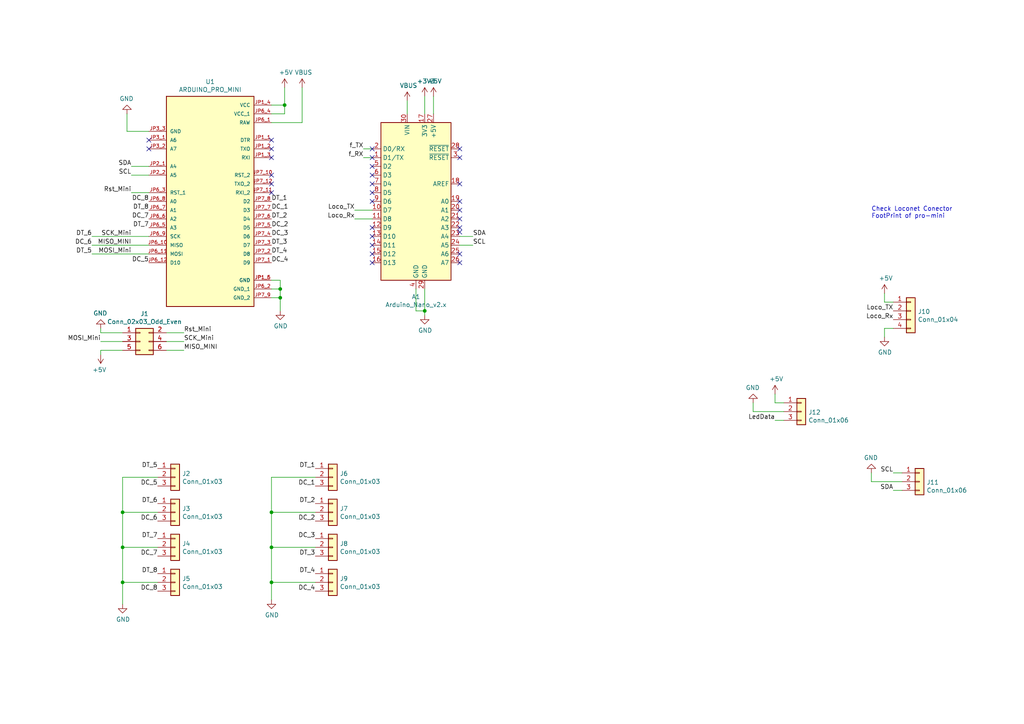
<source format=kicad_sch>
(kicad_sch (version 20211123) (generator eeschema)
  (paper "A4")
  (lib_symbols
    (symbol "BoardArduinos:ARDUINO_PRO_MINI" (pin_names (offset 1.016))
      (property "Reference" "U" (at -12.7 31.75 0))
      (property "Value" "ARDUINO_PRO_MINI" (at -12.7 -33.02 0))
      (symbol "ARDUINO_PRO_MINI_0_0"
        (rectangle (start -12.7 -30.48) (end 12.7 30.48) (stroke (width 0.254)) (fill (type background)))
        (pin input line (at 17.78 17.78 180) (length 5.08) (name "DTR") (number "JP1_1"))
        (pin bidirectional line (at 17.78 15.24 180) (length 5.08) (name "TXO") (number "JP1_2"))
        (pin bidirectional line (at 17.78 12.7 180) (length 5.08) (name "RXI") (number "JP1_3"))
        (pin power_in line (at 17.78 27.94 180) (length 5.08) (name "VCC") (number "JP1_4"))
        (pin power_in line (at 17.78 -22.86 180) (length 5.08) (name "GND") (number "JP1_5"))
        (pin power_in line (at 17.78 -22.86 180) (length 5.08) (name "GND") (number "JP1_6"))
        (pin bidirectional line (at -17.78 10.16 0) (length 5.08) (name "A4") (number "JP2_1"))
        (pin bidirectional line (at -17.78 7.62 0) (length 5.08) (name "A5") (number "JP2_2"))
        (pin input line (at -17.78 17.78 0) (length 5.08) (name "A6") (number "JP3_1"))
        (pin input line (at -17.78 15.24 0) (length 5.08) (name "A7") (number "JP3_2"))
        (pin power_in line (at 17.78 22.86 180) (length 5.08) (name "RAW") (number "JP6_1"))
        (pin bidirectional line (at -17.78 -12.7 0) (length 5.08) (name "MISO") (number "JP6_10"))
        (pin bidirectional line (at -17.78 -15.24 0) (length 5.08) (name "MOSI") (number "JP6_11"))
        (pin bidirectional line (at -17.78 -17.78 0) (length 5.08) (name "D10") (number "JP6_12"))
        (pin power_in line (at 17.78 -25.4 180) (length 5.08) (name "GND_1") (number "JP6_2"))
        (pin input line (at -17.78 2.54 0) (length 5.08) (name "RST_1") (number "JP6_3"))
        (pin power_in line (at 17.78 25.4 180) (length 5.08) (name "VCC_1") (number "JP6_4"))
        (pin bidirectional line (at -17.78 -7.62 0) (length 5.08) (name "A3") (number "JP6_5"))
        (pin bidirectional line (at -17.78 -5.08 0) (length 5.08) (name "A2") (number "JP6_6"))
        (pin bidirectional line (at -17.78 -2.54 0) (length 5.08) (name "A1") (number "JP6_7"))
        (pin bidirectional line (at -17.78 0 0) (length 5.08) (name "A0") (number "JP6_8"))
        (pin bidirectional line (at -17.78 -10.16 0) (length 5.08) (name "SCK") (number "JP6_9"))
        (pin bidirectional line (at 17.78 -17.78 180) (length 5.08) (name "D9") (number "JP7_1"))
        (pin input line (at 17.78 7.62 180) (length 5.08) (name "RST_2") (number "JP7_10"))
        (pin bidirectional line (at 17.78 2.54 180) (length 5.08) (name "RXI_2") (number "JP7_11"))
        (pin bidirectional line (at 17.78 5.08 180) (length 5.08) (name "TXO_2") (number "JP7_12"))
        (pin bidirectional line (at 17.78 -15.24 180) (length 5.08) (name "D8") (number "JP7_2"))
        (pin bidirectional line (at 17.78 -12.7 180) (length 5.08) (name "D7") (number "JP7_3"))
        (pin bidirectional line (at 17.78 -10.16 180) (length 5.08) (name "D6") (number "JP7_4"))
        (pin bidirectional line (at 17.78 -7.62 180) (length 5.08) (name "D5") (number "JP7_5"))
        (pin bidirectional line (at 17.78 -5.08 180) (length 5.08) (name "D4") (number "JP7_6"))
        (pin bidirectional line (at 17.78 -2.54 180) (length 5.08) (name "D3") (number "JP7_7"))
        (pin bidirectional line (at 17.78 0 180) (length 5.08) (name "D2") (number "JP7_8"))
        (pin power_in line (at 17.78 -27.94 180) (length 5.08) (name "GND_2") (number "JP7_9"))
      )
      (symbol "ARDUINO_PRO_MINI_1_1"
        (pin input line (at -17.78 20.32 0) (length 5.08) (name "GND") (number "JP3_3"))
      )
    )
    (symbol "Connector_Generic:Conn_01x03" (pin_names (offset 1.016) hide)
      (property "Reference" "J" (at 0 5.08 0))
      (property "Value" "Conn_01x03" (at 0 -5.08 0))
      (symbol "Conn_01x03_1_1"
        (rectangle (start -1.27 -2.413) (end 0 -2.667) (stroke (width 0.1524)))
        (rectangle (start -1.27 0.127) (end 0 -0.127) (stroke (width 0.1524)))
        (rectangle (start -1.27 2.667) (end 0 2.413) (stroke (width 0.1524)))
        (rectangle (start -1.27 3.81) (end 1.27 -3.81) (stroke (width 0.254)) (fill (type background)))
        (pin passive line (at -5.08 2.54 0) (length 3.81) (name "Pin_1") (number "1"))
        (pin passive line (at -5.08 0 0) (length 3.81) (name "Pin_2") (number "2"))
        (pin passive line (at -5.08 -2.54 0) (length 3.81) (name "Pin_3") (number "3"))
      )
    )
    (symbol "Connector_Generic:Conn_01x04" (pin_names (offset 1.016) hide)
      (property "Reference" "J" (at 0 5.08 0))
      (property "Value" "Conn_01x04" (at 0 -7.62 0))
      (symbol "Conn_01x04_1_1"
        (rectangle (start -1.27 -4.953) (end 0 -5.207) (stroke (width 0.1524)))
        (rectangle (start -1.27 -2.413) (end 0 -2.667) (stroke (width 0.1524)))
        (rectangle (start -1.27 0.127) (end 0 -0.127) (stroke (width 0.1524)))
        (rectangle (start -1.27 2.667) (end 0 2.413) (stroke (width 0.1524)))
        (rectangle (start -1.27 3.81) (end 1.27 -6.35) (stroke (width 0.254)) (fill (type background)))
        (pin passive line (at -5.08 2.54 0) (length 3.81) (name "Pin_1") (number "1"))
        (pin passive line (at -5.08 0 0) (length 3.81) (name "Pin_2") (number "2"))
        (pin passive line (at -5.08 -2.54 0) (length 3.81) (name "Pin_3") (number "3"))
        (pin passive line (at -5.08 -5.08 0) (length 3.81) (name "Pin_4") (number "4"))
      )
    )
    (symbol "Connector_Generic:Conn_02x03_Odd_Even" (pin_names (offset 1.016) hide)
      (property "Reference" "J" (at 1.27 5.08 0))
      (property "Value" "Conn_02x03_Odd_Even" (at 1.27 -5.08 0))
      (symbol "Conn_02x03_Odd_Even_1_1"
        (rectangle (start -1.27 -2.413) (end 0 -2.667) (stroke (width 0.1524)))
        (rectangle (start -1.27 0.127) (end 0 -0.127) (stroke (width 0.1524)))
        (rectangle (start -1.27 2.667) (end 0 2.413) (stroke (width 0.1524)))
        (rectangle (start -1.27 3.81) (end 3.81 -3.81) (stroke (width 0.254)) (fill (type background)))
        (rectangle (start 3.81 -2.413) (end 2.54 -2.667) (stroke (width 0.1524)))
        (rectangle (start 3.81 0.127) (end 2.54 -0.127) (stroke (width 0.1524)))
        (rectangle (start 3.81 2.667) (end 2.54 2.413) (stroke (width 0.1524)))
        (pin passive line (at -5.08 2.54 0) (length 3.81) (name "Pin_1") (number "1"))
        (pin passive line (at 7.62 2.54 180) (length 3.81) (name "Pin_2") (number "2"))
        (pin passive line (at -5.08 0 0) (length 3.81) (name "Pin_3") (number "3"))
        (pin passive line (at 7.62 0 180) (length 3.81) (name "Pin_4") (number "4"))
        (pin passive line (at -5.08 -2.54 0) (length 3.81) (name "Pin_5") (number "5"))
        (pin passive line (at 7.62 -2.54 180) (length 3.81) (name "Pin_6") (number "6"))
      )
    )
    (symbol "MCU_Module:Arduino_Nano_v2.x"
      (property "Reference" "A" (at -10.16 23.495 0))
      (property "Value" "Arduino_Nano_v2.x" (at 5.08 -24.13 0))
      (symbol "Arduino_Nano_v2.x_0_1"
        (rectangle (start -10.16 22.86) (end 10.16 -22.86) (stroke (width 0.254)) (fill (type background)))
      )
      (symbol "Arduino_Nano_v2.x_1_1"
        (pin bidirectional line (at -12.7 12.7 0) (length 2.54) (name "D1/TX") (number "1"))
        (pin bidirectional line (at -12.7 -2.54 0) (length 2.54) (name "D7") (number "10"))
        (pin bidirectional line (at -12.7 -5.08 0) (length 2.54) (name "D8") (number "11"))
        (pin bidirectional line (at -12.7 -7.62 0) (length 2.54) (name "D9") (number "12"))
        (pin bidirectional line (at -12.7 -10.16 0) (length 2.54) (name "D10") (number "13"))
        (pin bidirectional line (at -12.7 -12.7 0) (length 2.54) (name "D11") (number "14"))
        (pin bidirectional line (at -12.7 -15.24 0) (length 2.54) (name "D12") (number "15"))
        (pin bidirectional line (at -12.7 -17.78 0) (length 2.54) (name "D13") (number "16"))
        (pin power_out line (at 2.54 25.4 270) (length 2.54) (name "3V3") (number "17"))
        (pin input line (at 12.7 5.08 180) (length 2.54) (name "AREF") (number "18"))
        (pin bidirectional line (at 12.7 0 180) (length 2.54) (name "A0") (number "19"))
        (pin bidirectional line (at -12.7 15.24 0) (length 2.54) (name "D0/RX") (number "2"))
        (pin bidirectional line (at 12.7 -2.54 180) (length 2.54) (name "A1") (number "20"))
        (pin bidirectional line (at 12.7 -5.08 180) (length 2.54) (name "A2") (number "21"))
        (pin bidirectional line (at 12.7 -7.62 180) (length 2.54) (name "A3") (number "22"))
        (pin bidirectional line (at 12.7 -10.16 180) (length 2.54) (name "A4") (number "23"))
        (pin bidirectional line (at 12.7 -12.7 180) (length 2.54) (name "A5") (number "24"))
        (pin bidirectional line (at 12.7 -15.24 180) (length 2.54) (name "A6") (number "25"))
        (pin bidirectional line (at 12.7 -17.78 180) (length 2.54) (name "A7") (number "26"))
        (pin power_out line (at 5.08 25.4 270) (length 2.54) (name "+5V") (number "27"))
        (pin input line (at 12.7 15.24 180) (length 2.54) (name "~{RESET}") (number "28"))
        (pin power_in line (at 2.54 -25.4 90) (length 2.54) (name "GND") (number "29"))
        (pin input line (at 12.7 12.7 180) (length 2.54) (name "~{RESET}") (number "3"))
        (pin power_in line (at -2.54 25.4 270) (length 2.54) (name "VIN") (number "30"))
        (pin power_in line (at 0 -25.4 90) (length 2.54) (name "GND") (number "4"))
        (pin bidirectional line (at -12.7 10.16 0) (length 2.54) (name "D2") (number "5"))
        (pin bidirectional line (at -12.7 7.62 0) (length 2.54) (name "D3") (number "6"))
        (pin bidirectional line (at -12.7 5.08 0) (length 2.54) (name "D4") (number "7"))
        (pin bidirectional line (at -12.7 2.54 0) (length 2.54) (name "D5") (number "8"))
        (pin bidirectional line (at -12.7 0 0) (length 2.54) (name "D6") (number "9"))
      )
    )
    (symbol "power:+3.3V" (power) (pin_names (offset 0))
      (property "Value" "+3.3V" (at 0 3.556 0))
      (symbol "+3.3V_0_1"
        (polyline (pts (xy -0.762 1.27) (xy 0 2.54)))
        (polyline (pts (xy 0 0) (xy 0 2.54)))
        (polyline (pts (xy 0 2.54) (xy 0.762 1.27)))
      )
      (symbol "+3.3V_1_1"
        (pin power_in line (at 0 0 90) (length 0) hide (name "+3V3") (number "1"))
      )
    )
    (symbol "power:+5V" (power) (pin_names (offset 0))
      (property "Value" "+5V" (at 0 3.556 0))
      (symbol "+5V_0_1"
        (polyline (pts (xy -0.762 1.27) (xy 0 2.54)))
        (polyline (pts (xy 0 0) (xy 0 2.54)))
        (polyline (pts (xy 0 2.54) (xy 0.762 1.27)))
      )
      (symbol "+5V_1_1"
        (pin power_in line (at 0 0 90) (length 0) hide (name "+5V") (number "1"))
      )
    )
    (symbol "power:GND" (power) (pin_names (offset 0))
      (property "Value" "GND" (at 0 -3.81 0))
      (symbol "GND_0_1"
        (polyline (pts (xy 0 0) (xy 0 -1.27) (xy 1.27 -1.27) (xy 0 -2.54) (xy -1.27 -1.27) (xy 0 -1.27)))
      )
      (symbol "GND_1_1"
        (pin power_in line (at 0 0 270) (length 0) hide (name "GND") (number "1"))
      )
    )
    (symbol "power:VBUS" (power) (pin_names (offset 0))
      (property "Value" "VBUS" (at 0 3.81 0))
      (symbol "VBUS_0_1"
        (polyline (pts (xy -0.762 1.27) (xy 0 2.54)))
        (polyline (pts (xy 0 0) (xy 0 2.54)))
        (polyline (pts (xy 0 2.54) (xy 0.762 1.27)))
      )
      (symbol "VBUS_1_1"
        (pin power_in line (at 0 0 90) (length 0) hide (name "VBUS") (number "1"))
      )
    )
  )
  (junction (at 78.74 158.75))
  (junction (at 35.56 168.91))
  (junction (at 78.74 168.91))
  (junction (at 35.56 158.75))
  (junction (at 35.56 148.59))
  (junction (at 81.28 86.36))
  (junction (at 123.19 90.17))
  (junction (at 82.55 30.48))
  (junction (at 81.28 83.82))
  (junction (at 78.74 148.59))
  (no_connect (at 78.74 43.18))
  (no_connect (at 43.18 40.64))
  (no_connect (at 133.35 67.31))
  (no_connect (at 133.35 60.96))
  (no_connect (at 78.74 40.64))
  (no_connect (at 133.35 76.2))
  (no_connect (at 107.95 68.58))
  (no_connect (at 133.35 63.5))
  (no_connect (at 133.35 58.42))
  (no_connect (at 78.74 55.88))
  (no_connect (at 133.35 53.34))
  (no_connect (at 107.95 73.66))
  (no_connect (at 133.35 45.72))
  (no_connect (at 107.95 53.34))
  (no_connect (at 107.95 50.8))
  (no_connect (at 107.95 45.72))
  (no_connect (at 133.35 66.04))
  (no_connect (at 107.95 58.42))
  (no_connect (at 133.35 43.18))
  (no_connect (at 107.95 55.88))
  (no_connect (at 107.95 66.04))
  (no_connect (at 107.95 76.2))
  (no_connect (at 133.35 73.66))
  (no_connect (at 107.95 71.12))
  (no_connect (at 78.74 53.34))
  (no_connect (at 107.95 48.26))
  (no_connect (at 107.95 43.18))
  (no_connect (at 43.18 43.18))
  (no_connect (at 78.74 50.8))
  (no_connect (at 78.74 45.72))
  (wire (pts (xy 78.74 138.43) (xy 91.44 138.43)))
  (wire (pts (xy 78.74 168.91) (xy 78.74 158.75)))
  (wire (pts (xy 78.74 173.99) (xy 78.74 168.91)))
  (wire (pts (xy 120.65 90.17) (xy 123.19 90.17)))
  (wire (pts (xy 45.72 148.59) (xy 35.56 148.59)))
  (wire (pts (xy 35.56 148.59) (xy 35.56 158.75)))
  (wire (pts (xy 123.19 90.17) (xy 123.19 91.44)))
  (wire (pts (xy 35.56 158.75) (xy 35.56 168.91)))
  (wire (pts (xy 82.55 30.48) (xy 82.55 33.02)))
  (wire (pts (xy 87.63 35.56) (xy 78.74 35.56)))
  (wire (pts (xy 82.55 25.4) (xy 82.55 30.48)))
  (wire (pts (xy 218.44 119.38) (xy 227.33 119.38)))
  (wire (pts (xy 252.73 137.16) (xy 252.73 139.7)))
  (wire (pts (xy 35.56 138.43) (xy 35.56 148.59)))
  (wire (pts (xy 78.74 83.82) (xy 81.28 83.82)))
  (wire (pts (xy 53.34 101.6) (xy 48.26 101.6)))
  (wire (pts (xy 137.16 71.12) (xy 133.35 71.12)))
  (wire (pts (xy 36.83 33.02) (xy 36.83 38.1)))
  (wire (pts (xy 53.34 99.06) (xy 48.26 99.06)))
  (wire (pts (xy 38.1 55.88) (xy 43.18 55.88)))
  (wire (pts (xy 118.11 29.21) (xy 118.11 33.02)))
  (wire (pts (xy 78.74 30.48) (xy 82.55 30.48)))
  (wire (pts (xy 218.44 116.84) (xy 218.44 119.38)))
  (wire (pts (xy 81.28 81.28) (xy 81.28 83.82)))
  (wire (pts (xy 29.21 101.6) (xy 35.56 101.6)))
  (wire (pts (xy 81.28 83.82) (xy 81.28 86.36)))
  (wire (pts (xy 53.34 96.52) (xy 48.26 96.52)))
  (wire (pts (xy 36.83 38.1) (xy 43.18 38.1)))
  (wire (pts (xy 259.08 137.16) (xy 261.62 137.16)))
  (wire (pts (xy 123.19 83.82) (xy 123.19 90.17)))
  (wire (pts (xy 224.79 114.3) (xy 224.79 116.84)))
  (wire (pts (xy 78.74 81.28) (xy 81.28 81.28)))
  (wire (pts (xy 35.56 96.52) (xy 29.21 96.52)))
  (wire (pts (xy 78.74 158.75) (xy 78.74 148.59)))
  (wire (pts (xy 256.54 97.79) (xy 256.54 95.25)))
  (wire (pts (xy 78.74 168.91) (xy 91.44 168.91)))
  (wire (pts (xy 87.63 25.4) (xy 87.63 35.56)))
  (wire (pts (xy 26.67 71.12) (xy 43.18 71.12)))
  (wire (pts (xy 35.56 175.26) (xy 35.56 168.91)))
  (wire (pts (xy 137.16 68.58) (xy 133.35 68.58)))
  (wire (pts (xy 29.21 96.52) (xy 29.21 95.25)))
  (wire (pts (xy 259.08 142.24) (xy 261.62 142.24)))
  (wire (pts (xy 81.28 86.36) (xy 81.28 90.17)))
  (wire (pts (xy 123.19 27.94) (xy 123.19 33.02)))
  (wire (pts (xy 105.41 43.18) (xy 107.95 43.18)))
  (wire (pts (xy 125.73 33.02) (xy 125.73 27.94)))
  (wire (pts (xy 256.54 85.09) (xy 256.54 87.63)))
  (wire (pts (xy 26.67 73.66) (xy 43.18 73.66)))
  (wire (pts (xy 38.1 50.8) (xy 43.18 50.8)))
  (wire (pts (xy 256.54 95.25) (xy 259.08 95.25)))
  (wire (pts (xy 120.65 83.82) (xy 120.65 90.17)))
  (wire (pts (xy 78.74 86.36) (xy 81.28 86.36)))
  (wire (pts (xy 105.41 45.72) (xy 107.95 45.72)))
  (wire (pts (xy 102.87 63.5) (xy 107.95 63.5)))
  (wire (pts (xy 29.21 102.87) (xy 29.21 101.6)))
  (wire (pts (xy 45.72 138.43) (xy 35.56 138.43)))
  (wire (pts (xy 78.74 148.59) (xy 91.44 148.59)))
  (wire (pts (xy 82.55 33.02) (xy 78.74 33.02)))
  (wire (pts (xy 29.21 99.06) (xy 35.56 99.06)))
  (wire (pts (xy 45.72 158.75) (xy 35.56 158.75)))
  (wire (pts (xy 224.79 116.84) (xy 227.33 116.84)))
  (wire (pts (xy 78.74 158.75) (xy 91.44 158.75)))
  (wire (pts (xy 43.18 48.26) (xy 38.1 48.26)))
  (wire (pts (xy 102.87 60.96) (xy 107.95 60.96)))
  (wire (pts (xy 252.73 139.7) (xy 261.62 139.7)))
  (wire (pts (xy 78.74 148.59) (xy 78.74 138.43)))
  (wire (pts (xy 26.67 68.58) (xy 43.18 68.58)))
  (wire (pts (xy 224.79 121.92) (xy 227.33 121.92)))
  (wire (pts (xy 35.56 168.91) (xy 45.72 168.91)))
  (wire (pts (xy 256.54 87.63) (xy 259.08 87.63)))
  (text "Check Loconet Conector\nFootPrint of pro-mini" (at 252.73 63.5 0) (effects (font (size 1.27 1.27)) (justify left bottom)))
  (label "DT_5" (at 26.67 73.66 180))
  (label "DC_2" (at 91.44 151.13 180))
  (label "DT_1" (at 78.74 58.42 0))
  (label "DT_8" (at 45.72 166.37 180))
  (label "DT_4" (at 78.74 73.66 0))
  (label "SDA" (at 259.08 142.24 180))
  (label "LedData" (at 224.79 121.92 180))
  (label "DT_2" (at 91.44 146.05 180))
  (label "DC_3" (at 91.44 156.21 180))
  (label "DC_5" (at 43.18 76.2 180))
  (label "SDA" (at 38.1 48.26 180))
  (label "SCK_Mini" (at 38.1 68.58 180))
  (label "SCL" (at 38.1 50.8 180))
  (label "SDA" (at 137.16 68.58 0))
  (label "MISO_MINI" (at 53.34 101.6 0))
  (label "Loco_TX" (at 102.87 60.96 180))
  (label "DC_7" (at 45.72 161.29 180))
  (label "DC_4" (at 91.44 171.45 180))
  (label "f_TX" (at 105.41 43.18 180))
  (label "DC_2" (at 78.74 66.04 0))
  (label "DC_1" (at 78.74 60.96 0))
  (label "SCL" (at 259.08 137.16 180))
  (label "Loco_Rx" (at 102.87 63.5 180))
  (label "Loco_Rx" (at 259.08 92.71 180))
  (label "MISO_MINI" (at 38.1 71.12 180))
  (label "DT_3" (at 91.44 161.29 180))
  (label "Rst_Mini" (at 53.34 96.52 0))
  (label "DC_1" (at 91.44 140.97 180))
  (label "DT_2" (at 78.74 63.5 0))
  (label "DC_6" (at 26.67 71.12 180))
  (label "Rst_Mini" (at 38.1 55.88 180))
  (label "DT_8" (at 43.18 60.96 180))
  (label "MOSI_Mini" (at 38.1 73.66 180))
  (label "DC_8" (at 43.18 58.42 180))
  (label "DC_4" (at 78.74 76.2 0))
  (label "MOSI_Mini" (at 29.21 99.06 180))
  (label "DC_6" (at 45.72 151.13 180))
  (label "DT_4" (at 91.44 166.37 180))
  (label "DC_7" (at 43.18 63.5 180))
  (label "Loco_TX" (at 259.08 90.17 180))
  (label "DC_5" (at 45.72 140.97 180))
  (label "DT_7" (at 45.72 156.21 180))
  (label "DC_3" (at 78.74 68.58 0))
  (label "DT_5" (at 45.72 135.89 180))
  (label "SCL" (at 137.16 71.12 0))
  (label "DT_1" (at 91.44 135.89 180))
  (label "DT_6" (at 26.67 68.58 180))
  (label "DT_3" (at 78.74 71.12 0))
  (label "SCK_Mini" (at 53.34 99.06 0))
  (label "f_RX" (at 105.41 45.72 180))
  (label "DT_7" (at 43.18 66.04 180))
  (label "DC_8" (at 45.72 171.45 180))
  (label "DT_6" (at 45.72 146.05 180))
  (symbol (lib_id "MCU_Module:Arduino_Nano_v2.x") (at 120.65 58.42 0) (unit 1)
    (property "Reference" "A1" (at 120.65 86.0806 0))
    (property "Value" "Arduino_Nano_v2.x" (at 120.65 88.392 0))
    (property "Footprint" "Module:Arduino_Nano" (effects hide))
    (property "Datasheet" "https://www.arduino.cc/en/uploads/Main/ArduinoNanoManual23.pdf" (effects hide))
  )
  (symbol (lib_id "BoardArduinos:ARDUINO_PRO_MINI") (at 60.96 58.42 0) (unit 1)
    (property "Reference" "U1" (at 60.96 23.6982 0))
    (property "Value" "ARDUINO_PRO_MINI" (at 60.96 26.0096 0))
    (property "Footprint" "BoardArduinos:MODULE_ARDUINO_PRO_MINI" (effects hide))
    (property "MAXIMUM_PACKAGE_HEIGHT" "N/A" (effects hide))
    (property "MANUFACTURER" "SparkFun Electronics" (effects hide))
    (property "PARTREV" "N/A" (effects hide))
    (property "STANDARD" "Manufacturer Recommendations" (effects hide))
  )
  (symbol (lib_id "power:GND") (at 36.83 33.02 180) (unit 1)
    (property "Reference" "#PWR0101" (effects hide))
    (property "Value" "GND" (at 36.703 28.6258 0))
  )
  (symbol (lib_id "power:GND") (at 123.19 91.44 0) (unit 1)
    (property "Reference" "#PWR010" (effects hide))
    (property "Value" "GND" (at 123.317 95.8342 0))
  )
  (symbol (lib_id "power:GND") (at 29.21 95.25 180) (unit 1)
    (property "Reference" "#PWR01" (effects hide))
    (property "Value" "GND" (at 29.083 90.8558 0))
  )
  (symbol (lib_id "power:+5V") (at 82.55 25.4 0) (unit 1)
    (property "Reference" "#PWR06" (effects hide))
    (property "Value" "+5V" (at 82.931 21.0058 0))
  )
  (symbol (lib_id "power:+5V") (at 125.73 27.94 0) (unit 1)
    (property "Reference" "#PWR011" (effects hide))
    (property "Value" "+5V" (at 126.111 23.5458 0))
  )
  (symbol (lib_id "power:VBUS") (at 118.11 29.21 0) (unit 1)
    (property "Reference" "#PWR08" (effects hide))
    (property "Value" "VBUS" (at 118.491 24.8158 0))
  )
  (symbol (lib_id "power:VBUS") (at 87.63 25.4 0) (unit 1)
    (property "Reference" "#PWR07" (effects hide))
    (property "Value" "VBUS" (at 88.011 21.0058 0))
  )
  (symbol (lib_id "Connector_Generic:Conn_02x03_Odd_Even") (at 40.64 99.06 0) (unit 1)
    (property "Reference" "J1" (at 41.91 91.0082 0))
    (property "Value" "Conn_02x03_Odd_Even" (at 41.91 93.3196 0))
    (property "Footprint" "Connector_PinHeader_2.54mm:PinHeader_2x03_P2.54mm_Vertical" (effects hide))
  )
  (symbol (lib_id "power:GND") (at 81.28 90.17 0) (unit 1)
    (property "Reference" "#PWR05" (effects hide))
    (property "Value" "GND" (at 81.407 94.5642 0))
  )
  (symbol (lib_id "power:+5V") (at 29.21 102.87 180) (unit 1)
    (property "Reference" "#PWR02" (effects hide))
    (property "Value" "+5V" (at 28.829 107.2642 0))
  )
  (symbol (lib_id "power:+5V") (at 256.54 85.09 0) (unit 1)
    (property "Reference" "#PWR0102" (effects hide))
    (property "Value" "+5V" (at 256.921 80.6958 0))
  )
  (symbol (lib_id "Connector_Generic:Conn_01x03") (at 266.7 139.7 0) (unit 1)
    (property "Reference" "J11" (at 268.732 139.9032 0) (effects (justify left)))
    (property "Value" "Conn_01x06" (at 268.732 142.2146 0) (effects (justify left)))
    (property "Footprint" "Connector_PinHeader_2.54mm:PinHeader_1x03_P2.54mm_Vertical" (effects hide))
  )
  (symbol (lib_id "power:+3.3V") (at 123.19 27.94 0) (unit 1)
    (property "Reference" "#PWR09" (effects hide))
    (property "Value" "+3.3V" (at 123.571 23.5458 0))
  )
  (symbol (lib_id "power:GND") (at 252.73 137.16 180) (unit 1)
    (property "Reference" "#PWR014" (effects hide))
    (property "Value" "GND" (at 252.603 132.7658 0))
  )
  (symbol (lib_id "Connector_Generic:Conn_01x03") (at 96.52 138.43 0) (unit 1)
    (property "Reference" "J6" (at 98.552 137.3632 0) (effects (justify left)))
    (property "Value" "Conn_01x03" (at 98.552 139.6746 0) (effects (justify left)))
    (property "Footprint" "Connector_PinHeader_2.54mm:PinHeader_1x03_P2.54mm_Vertical" (effects hide))
  )
  (symbol (lib_id "Connector_Generic:Conn_01x03") (at 96.52 148.59 0) (unit 1)
    (property "Reference" "J7" (at 98.552 147.5232 0) (effects (justify left)))
    (property "Value" "Conn_01x03" (at 98.552 149.8346 0) (effects (justify left)))
    (property "Footprint" "Connector_PinHeader_2.54mm:PinHeader_1x03_P2.54mm_Vertical" (effects hide))
  )
  (symbol (lib_id "Connector_Generic:Conn_01x03") (at 96.52 158.75 0) (unit 1)
    (property "Reference" "J8" (at 98.552 157.6832 0) (effects (justify left)))
    (property "Value" "Conn_01x03" (at 98.552 159.9946 0) (effects (justify left)))
    (property "Footprint" "Connector_PinHeader_2.54mm:PinHeader_1x03_P2.54mm_Vertical" (effects hide))
  )
  (symbol (lib_id "Connector_Generic:Conn_01x03") (at 96.52 168.91 0) (unit 1)
    (property "Reference" "J9" (at 98.552 167.8432 0) (effects (justify left)))
    (property "Value" "Conn_01x03" (at 98.552 170.1546 0) (effects (justify left)))
    (property "Footprint" "Connector_PinHeader_2.54mm:PinHeader_1x03_P2.54mm_Vertical" (effects hide))
  )
  (symbol (lib_id "Connector_Generic:Conn_01x03") (at 50.8 138.43 0) (unit 1)
    (property "Reference" "J2" (at 52.832 137.3632 0) (effects (justify left)))
    (property "Value" "Conn_01x03" (at 52.832 139.6746 0) (effects (justify left)))
    (property "Footprint" "Connector_PinHeader_2.54mm:PinHeader_1x03_P2.54mm_Vertical" (effects hide))
  )
  (symbol (lib_id "Connector_Generic:Conn_01x03") (at 50.8 148.59 0) (unit 1)
    (property "Reference" "J3" (at 52.832 147.5232 0) (effects (justify left)))
    (property "Value" "Conn_01x03" (at 52.832 149.8346 0) (effects (justify left)))
    (property "Footprint" "Connector_PinHeader_2.54mm:PinHeader_1x03_P2.54mm_Vertical" (effects hide))
  )
  (symbol (lib_id "Connector_Generic:Conn_01x03") (at 50.8 158.75 0) (unit 1)
    (property "Reference" "J4" (at 52.832 157.6832 0) (effects (justify left)))
    (property "Value" "Conn_01x03" (at 52.832 159.9946 0) (effects (justify left)))
    (property "Footprint" "Connector_PinHeader_2.54mm:PinHeader_1x03_P2.54mm_Vertical" (effects hide))
  )
  (symbol (lib_id "Connector_Generic:Conn_01x03") (at 50.8 168.91 0) (unit 1)
    (property "Reference" "J5" (at 52.832 167.8432 0) (effects (justify left)))
    (property "Value" "Conn_01x03" (at 52.832 170.1546 0) (effects (justify left)))
    (property "Footprint" "Connector_PinHeader_2.54mm:PinHeader_1x03_P2.54mm_Vertical" (effects hide))
  )
  (symbol (lib_id "power:GND") (at 78.74 173.99 0) (unit 1)
    (property "Reference" "#PWR04" (effects hide))
    (property "Value" "GND" (at 78.867 178.3842 0))
  )
  (symbol (lib_id "power:GND") (at 35.56 175.26 0) (unit 1)
    (property "Reference" "#PWR03" (effects hide))
    (property "Value" "GND" (at 35.687 179.6542 0))
  )
  (symbol (lib_id "Connector_Generic:Conn_01x04") (at 264.16 90.17 0) (unit 1)
    (property "Reference" "J10" (at 266.192 90.3732 0) (effects (justify left)))
    (property "Value" "Conn_01x04" (at 266.192 92.6846 0) (effects (justify left)))
    (property "Footprint" "Connector_JST:JST_XH_B4B-XH-A_1x04_P2.50mm_Vertical" (effects hide))
  )
  (symbol (lib_id "power:GND") (at 256.54 97.79 0) (unit 1)
    (property "Reference" "#PWR013" (effects hide))
    (property "Value" "GND" (at 256.667 102.1842 0))
  )
  (symbol (lib_id "Connector_Generic:Conn_01x03") (at 232.41 119.38 0) (unit 1)
    (property "Reference" "J12" (at 234.442 119.5832 0) (effects (justify left)))
    (property "Value" "Conn_01x06" (at 234.442 121.8946 0) (effects (justify left)))
    (property "Footprint" "Connector_PinHeader_2.54mm:PinHeader_1x03_P2.54mm_Vertical" (effects hide))
  )
  (symbol (lib_id "power:GND") (at 218.44 116.84 180) (unit 1)
    (property "Reference" "#PWR0103" (effects hide))
    (property "Value" "GND" (at 218.313 112.4458 0))
  )
  (symbol (lib_id "power:+5V") (at 224.79 114.3 0) (unit 1)
    (property "Reference" "#PWR0104" (effects hide))
    (property "Value" "+5V" (at 225.171 109.9058 0))
  )
)
</source>
